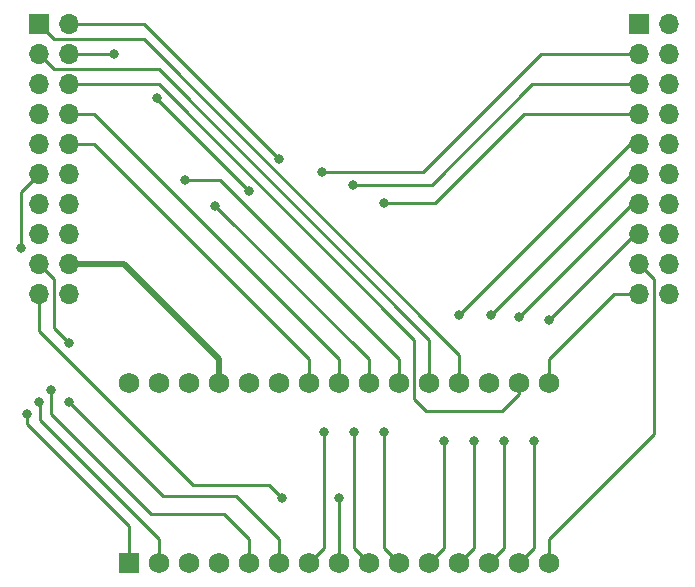
<source format=gbr>
%TF.GenerationSoftware,KiCad,Pcbnew,(5.1.6)-1*%
%TF.CreationDate,2020-06-17T13:37:55+01:00*%
%TF.ProjectId,Arduino_Nano_shield,41726475-696e-46f5-9f4e-616e6f5f7368,rev?*%
%TF.SameCoordinates,Original*%
%TF.FileFunction,Copper,L1,Top*%
%TF.FilePolarity,Positive*%
%FSLAX46Y46*%
G04 Gerber Fmt 4.6, Leading zero omitted, Abs format (unit mm)*
G04 Created by KiCad (PCBNEW (5.1.6)-1) date 2020-06-17 13:37:55*
%MOMM*%
%LPD*%
G01*
G04 APERTURE LIST*
%TA.AperFunction,ComponentPad*%
%ADD10C,1.727200*%
%TD*%
%TA.AperFunction,ComponentPad*%
%ADD11R,1.727200X1.727200*%
%TD*%
%TA.AperFunction,ComponentPad*%
%ADD12R,1.700000X1.700000*%
%TD*%
%TA.AperFunction,ComponentPad*%
%ADD13O,1.700000X1.700000*%
%TD*%
%TA.AperFunction,ViaPad*%
%ADD14C,0.800000*%
%TD*%
%TA.AperFunction,Conductor*%
%ADD15C,0.250000*%
%TD*%
%TA.AperFunction,Conductor*%
%ADD16C,0.500000*%
%TD*%
G04 APERTURE END LIST*
D10*
%TO.P,XA2,VIN*%
%TO.N,Net-(XA2-PadVIN)*%
X104150000Y-78640000D03*
%TO.P,XA2,GND2*%
%TO.N,GND*%
X106690000Y-78640000D03*
%TO.P,XA2,RST2*%
%TO.N,Net-(XA2-PadRST2)*%
X109230000Y-78640000D03*
%TO.P,XA2,5V*%
%TO.N,+5V*%
X111770000Y-78640000D03*
%TO.P,XA2,A7*%
%TO.N,T_sense2*%
X114310000Y-78640000D03*
%TO.P,XA2,A6*%
%TO.N,I_sense_2*%
X116850000Y-78640000D03*
%TO.P,XA2,A5*%
%TO.N,SCL*%
X119390000Y-78640000D03*
%TO.P,XA2,A4*%
%TO.N,SDA*%
X121930000Y-78640000D03*
%TO.P,XA2,A3*%
%TO.N,T_sense1*%
X124470000Y-78640000D03*
%TO.P,XA2,A2*%
%TO.N,I_sense_1*%
X127010000Y-78640000D03*
%TO.P,XA2,A1*%
%TO.N,A1*%
X129550000Y-78640000D03*
%TO.P,XA2,A0*%
%TO.N,A0*%
X132090000Y-78640000D03*
%TO.P,XA2,AREF*%
%TO.N,Net-(XA2-PadAREF)*%
X134630000Y-78640000D03*
%TO.P,XA2,3V3*%
%TO.N,+3V3*%
X137170000Y-78640000D03*
%TO.P,XA2,D13*%
%TO.N,D13*%
X139710000Y-78640000D03*
%TO.P,XA2,D12*%
%TO.N,D12*%
X139710000Y-93880000D03*
%TO.P,XA2,D11*%
%TO.N,PWM5*%
X137170000Y-93880000D03*
%TO.P,XA2,D10*%
%TO.N,PWM4*%
X134630000Y-93880000D03*
%TO.P,XA2,D9*%
%TO.N,PWM3*%
X132090000Y-93880000D03*
%TO.P,XA2,D8*%
%TO.N,D8*%
X129550000Y-93880000D03*
%TO.P,XA2,D7*%
%TO.N,D7*%
X127010000Y-93880000D03*
%TO.P,XA2,D6*%
%TO.N,PWM2*%
X124470000Y-93880000D03*
%TO.P,XA2,D5*%
%TO.N,PWM1*%
X121930000Y-93880000D03*
%TO.P,XA2,D4*%
%TO.N,D4*%
X119390000Y-93880000D03*
%TO.P,XA2,D3*%
%TO.N,PWM0*%
X116850000Y-93880000D03*
%TO.P,XA2,D2*%
%TO.N,D2*%
X114310000Y-93880000D03*
%TO.P,XA2,GND1*%
%TO.N,GND*%
X111770000Y-93880000D03*
%TO.P,XA2,RST1*%
%TO.N,Net-(XA2-PadRST1)*%
X109230000Y-93880000D03*
%TO.P,XA2,D0*%
%TO.N,D0*%
X106690000Y-93880000D03*
D11*
%TO.P,XA2,D1*%
%TO.N,D1*%
X104150000Y-93880000D03*
%TD*%
D12*
%TO.P,J1,1*%
%TO.N,A0*%
X96520000Y-48260000D03*
D13*
%TO.P,J1,2*%
%TO.N,I_sense_2*%
X99060000Y-48260000D03*
%TO.P,J1,3*%
%TO.N,A1*%
X96520000Y-50800000D03*
%TO.P,J1,4*%
%TO.N,T_sense2*%
X99060000Y-50800000D03*
%TO.P,J1,5*%
%TO.N,A2*%
X96520000Y-53340000D03*
%TO.P,J1,6*%
%TO.N,+3V3*%
X99060000Y-53340000D03*
%TO.P,J1,7*%
%TO.N,A3*%
X96520000Y-55880000D03*
%TO.P,J1,8*%
%TO.N,SDA*%
X99060000Y-55880000D03*
%TO.P,J1,9*%
%TO.N,A4*%
X96520000Y-58420000D03*
%TO.P,J1,10*%
%TO.N,SCL*%
X99060000Y-58420000D03*
%TO.P,J1,11*%
%TO.N,D0*%
X96520000Y-60960000D03*
%TO.P,J1,12*%
%TO.N,I_sense_1*%
X99060000Y-60960000D03*
%TO.P,J1,13*%
%TO.N,D1*%
X96520000Y-63500000D03*
%TO.P,J1,14*%
%TO.N,T_sense1*%
X99060000Y-63500000D03*
%TO.P,J1,15*%
%TO.N,D2*%
X96520000Y-66040000D03*
%TO.P,J1,16*%
%TO.N,D3*%
X99060000Y-66040000D03*
%TO.P,J1,17*%
%TO.N,PWM0*%
X96520000Y-68580000D03*
%TO.P,J1,18*%
%TO.N,+5V*%
X99060000Y-68580000D03*
%TO.P,J1,19*%
%TO.N,PWM1*%
X96520000Y-71120000D03*
%TO.P,J1,20*%
%TO.N,GND*%
X99060000Y-71120000D03*
%TD*%
%TO.P,J2,20*%
%TO.N,Net-(J2-Pad20)*%
X149860000Y-71120000D03*
%TO.P,J2,19*%
%TO.N,D13*%
X147320000Y-71120000D03*
%TO.P,J2,18*%
%TO.N,Net-(J2-Pad18)*%
X149860000Y-68580000D03*
%TO.P,J2,17*%
%TO.N,D12*%
X147320000Y-68580000D03*
%TO.P,J2,16*%
%TO.N,Net-(J2-Pad16)*%
X149860000Y-66040000D03*
%TO.P,J2,15*%
%TO.N,PWM5*%
X147320000Y-66040000D03*
%TO.P,J2,14*%
%TO.N,Net-(J2-Pad14)*%
X149860000Y-63500000D03*
%TO.P,J2,13*%
%TO.N,PWM4*%
X147320000Y-63500000D03*
%TO.P,J2,12*%
%TO.N,Net-(J2-Pad12)*%
X149860000Y-60960000D03*
%TO.P,J2,11*%
%TO.N,PWM3*%
X147320000Y-60960000D03*
%TO.P,J2,10*%
%TO.N,Net-(J2-Pad10)*%
X149860000Y-58420000D03*
%TO.P,J2,9*%
%TO.N,D8*%
X147320000Y-58420000D03*
%TO.P,J2,8*%
%TO.N,Net-(J2-Pad8)*%
X149860000Y-55880000D03*
%TO.P,J2,7*%
%TO.N,D7*%
X147320000Y-55880000D03*
%TO.P,J2,6*%
%TO.N,Net-(J2-Pad6)*%
X149860000Y-53340000D03*
%TO.P,J2,5*%
%TO.N,PWM2*%
X147320000Y-53340000D03*
%TO.P,J2,4*%
%TO.N,Net-(J2-Pad4)*%
X149860000Y-50800000D03*
%TO.P,J2,3*%
%TO.N,D4*%
X147320000Y-50800000D03*
%TO.P,J2,2*%
%TO.N,Net-(J2-Pad2)*%
X149860000Y-48260000D03*
D12*
%TO.P,J2,1*%
%TO.N,Net-(J2-Pad1)*%
X147320000Y-48260000D03*
%TD*%
D14*
%TO.N,I_sense_2*%
X116833000Y-59716000D03*
%TO.N,T_sense2*%
X102863000Y-50800000D03*
X114310000Y-62400000D03*
X106546000Y-54509000D03*
%TO.N,D0*%
X95020000Y-67260000D03*
X96520000Y-80260000D03*
%TO.N,I_sense_1*%
X108882800Y-61468600D03*
%TO.N,D1*%
X95520000Y-81260000D03*
%TO.N,T_sense1*%
X111457600Y-63627600D03*
%TO.N,D2*%
X97520000Y-79260000D03*
%TO.N,PWM0*%
X99020000Y-80260000D03*
X99020000Y-75260000D03*
%TO.N,PWM1*%
X121930000Y-88350000D03*
X117110000Y-88350000D03*
%TO.N,PWM5*%
X138423000Y-83566000D03*
X139705700Y-73317700D03*
%TO.N,PWM4*%
X135890000Y-83566000D03*
X137165700Y-73063700D03*
%TO.N,PWM3*%
X133350000Y-83566000D03*
X134752700Y-72936700D03*
%TO.N,D8*%
X130810000Y-83566000D03*
X132085700Y-72936700D03*
%TO.N,D7*%
X125730000Y-82804000D03*
X125697600Y-63449800D03*
%TO.N,PWM2*%
X123190000Y-82804000D03*
X123118601Y-61858601D03*
%TO.N,D4*%
X120650000Y-82804000D03*
X120520000Y-60760000D03*
%TD*%
D15*
%TO.N,A0*%
X97790600Y-49530600D02*
X96520000Y-48260000D01*
X105377600Y-49530600D02*
X97790600Y-49530600D01*
X132090000Y-76640000D02*
X132090000Y-76243000D01*
X132090000Y-76243000D02*
X105377600Y-49530600D01*
X132090000Y-76640000D02*
X132090000Y-78640000D01*
%TO.N,I_sense_2*%
X116833000Y-59652500D02*
X116833000Y-59716000D01*
X99060000Y-48260000D02*
X105440500Y-48260000D01*
X105440500Y-48260000D02*
X116833000Y-59652500D01*
%TO.N,A1*%
X106647600Y-52070600D02*
X97790600Y-52070600D01*
X97790600Y-52070600D02*
X96520000Y-50800000D01*
X129550000Y-76640000D02*
X129550000Y-74973000D01*
X129550000Y-74973000D02*
X106647600Y-52070600D01*
X129550000Y-76640000D02*
X129550000Y-78640000D01*
%TO.N,T_sense2*%
X114310000Y-62400000D02*
X106546000Y-54636000D01*
X106546000Y-54636000D02*
X106546000Y-54509000D01*
X106546000Y-54509000D02*
X106546000Y-54509000D01*
X99060000Y-50800000D02*
X102863000Y-50800000D01*
%TO.N,+3V3*%
X137170000Y-79568200D02*
X137170000Y-78640000D01*
X135686800Y-81051400D02*
X137170000Y-79568200D01*
X106647000Y-53340000D02*
X128288400Y-74981400D01*
X99060000Y-53340000D02*
X106647000Y-53340000D01*
X128288400Y-74981400D02*
X128288400Y-80028400D01*
X128288400Y-80028400D02*
X129311400Y-81051400D01*
X129311400Y-81051400D02*
X135686800Y-81051400D01*
%TO.N,SDA*%
X101170000Y-55880000D02*
X121930000Y-76640000D01*
X99060000Y-55880000D02*
X101170000Y-55880000D01*
X121930000Y-76640000D02*
X121930000Y-78640000D01*
%TO.N,SCL*%
X101170000Y-58420000D02*
X99060000Y-58420000D01*
X119390000Y-76640000D02*
X101170000Y-58420000D01*
X119390000Y-76640000D02*
X119390000Y-78640000D01*
%TO.N,D0*%
X106690000Y-91880000D02*
X96570000Y-81760000D01*
X95020000Y-62460000D02*
X96520000Y-60960000D01*
X95020000Y-67260000D02*
X95020000Y-62460000D01*
X96570000Y-80310000D02*
X96520000Y-80260000D01*
X96570000Y-81760000D02*
X96570000Y-80310000D01*
X106690000Y-91880000D02*
X106690000Y-93880000D01*
%TO.N,I_sense_1*%
X127010000Y-76640000D02*
X111838600Y-61468600D01*
X111838600Y-61468600D02*
X108882800Y-61468600D01*
X108882800Y-61468600D02*
X108882800Y-61468600D01*
X127010000Y-76640000D02*
X127010000Y-78640000D01*
%TO.N,D1*%
X104150000Y-90766400D02*
X95520000Y-82136400D01*
X104150000Y-91880000D02*
X104150000Y-90766400D01*
X95520000Y-82136400D02*
X95520000Y-81260000D01*
X104150000Y-91880000D02*
X104150000Y-93880000D01*
%TO.N,T_sense1*%
X124470000Y-76640000D02*
X111457600Y-63627600D01*
X111457600Y-63627600D02*
X111457600Y-63627600D01*
X124470000Y-76640000D02*
X124470000Y-78640000D01*
%TO.N,D2*%
X114310000Y-91880000D02*
X112190000Y-89760000D01*
X112190000Y-89760000D02*
X106020000Y-89760000D01*
X106020000Y-89760000D02*
X97520000Y-81260000D01*
X97520000Y-81260000D02*
X97520000Y-79260000D01*
X114310000Y-91880000D02*
X114310000Y-93880000D01*
%TO.N,PWM0*%
X99020000Y-80260000D02*
X99020000Y-80260000D01*
X97790600Y-74030600D02*
X99020000Y-75260000D01*
X96520000Y-68580000D02*
X97790600Y-69850600D01*
X97790600Y-69850600D02*
X97790600Y-74030600D01*
X116850000Y-91880000D02*
X116850000Y-93880000D01*
X113230000Y-88260000D02*
X116850000Y-91880000D01*
X99020000Y-80260000D02*
X107020000Y-88260000D01*
X107020000Y-88260000D02*
X113230000Y-88260000D01*
D16*
%TO.N,+5V*%
X103710000Y-68580000D02*
X111770000Y-76640000D01*
X99060000Y-68580000D02*
X103710000Y-68580000D01*
X111770000Y-76640000D02*
X111770000Y-78640000D01*
D15*
%TO.N,PWM1*%
X121930000Y-88350000D02*
X121930000Y-88350000D01*
X99020000Y-76760000D02*
X99020000Y-76760000D01*
X116020000Y-87260000D02*
X117110000Y-88350000D01*
X109520000Y-87260000D02*
X116020000Y-87260000D01*
X96520000Y-71120000D02*
X96520000Y-74260000D01*
X96520000Y-74260000D02*
X109520000Y-87260000D01*
X121930000Y-91684000D02*
X121930000Y-93880000D01*
X121930000Y-91684000D02*
X121930000Y-88350000D01*
X121930000Y-91880000D02*
X121930000Y-91684000D01*
%TO.N,D13*%
X145230000Y-71120000D02*
X147320000Y-71120000D01*
X139710000Y-76640000D02*
X145230000Y-71120000D01*
X139710000Y-76640000D02*
X139710000Y-78640000D01*
%TO.N,D12*%
X139710000Y-91880000D02*
X148583000Y-83007000D01*
X148583000Y-69843000D02*
X147320000Y-68580000D01*
X148583000Y-83007000D02*
X148583000Y-69843000D01*
X139710000Y-91880000D02*
X139710000Y-93880000D01*
%TO.N,PWM5*%
X146983400Y-66040000D02*
X147320000Y-66040000D01*
X139705700Y-73317700D02*
X146983400Y-66040000D01*
X138423000Y-92627000D02*
X137170000Y-93880000D01*
X138423000Y-83566000D02*
X138423000Y-92627000D01*
%TO.N,PWM4*%
X137165700Y-73063700D02*
X137165700Y-73038300D01*
X146704000Y-63500000D02*
X147320000Y-63500000D01*
X137165700Y-73038300D02*
X146704000Y-63500000D01*
X135890000Y-92620000D02*
X134630000Y-93880000D01*
X135890000Y-83566000D02*
X135890000Y-92620000D01*
%TO.N,PWM3*%
X146704000Y-60960000D02*
X147320000Y-60960000D01*
X134752700Y-72936700D02*
X134752700Y-72911300D01*
X134752700Y-72911300D02*
X146704000Y-60960000D01*
X133350000Y-92620000D02*
X132090000Y-93880000D01*
X133350000Y-83566000D02*
X133350000Y-92620000D01*
%TO.N,D8*%
X146577000Y-58420000D02*
X147320000Y-58420000D01*
X132085700Y-72936700D02*
X132085700Y-72911300D01*
X132085700Y-72911300D02*
X146577000Y-58420000D01*
X130810000Y-92620000D02*
X129550000Y-93880000D01*
X130810000Y-83566000D02*
X130810000Y-92620000D01*
%TO.N,D7*%
X137610800Y-55880000D02*
X147320000Y-55880000D01*
X125697600Y-63449800D02*
X130041000Y-63449800D01*
X130041000Y-63449800D02*
X137610800Y-55880000D01*
X125730000Y-92600000D02*
X127010000Y-93880000D01*
X125730000Y-82804000D02*
X125730000Y-92600000D01*
%TO.N,PWM2*%
X138271200Y-53340000D02*
X147320000Y-53340000D01*
X123118601Y-61858601D02*
X129752599Y-61858601D01*
X129752599Y-61858601D02*
X138271200Y-53340000D01*
X123190000Y-92600000D02*
X124470000Y-93880000D01*
X123190000Y-82804000D02*
X123190000Y-92600000D01*
%TO.N,D4*%
X129020000Y-60760000D02*
X120520000Y-60760000D01*
X147320000Y-50800000D02*
X138980000Y-50800000D01*
X138980000Y-50800000D02*
X129020000Y-60760000D01*
X120650000Y-92620000D02*
X119390000Y-93880000D01*
X120650000Y-82804000D02*
X120650000Y-92620000D01*
%TD*%
M02*

</source>
